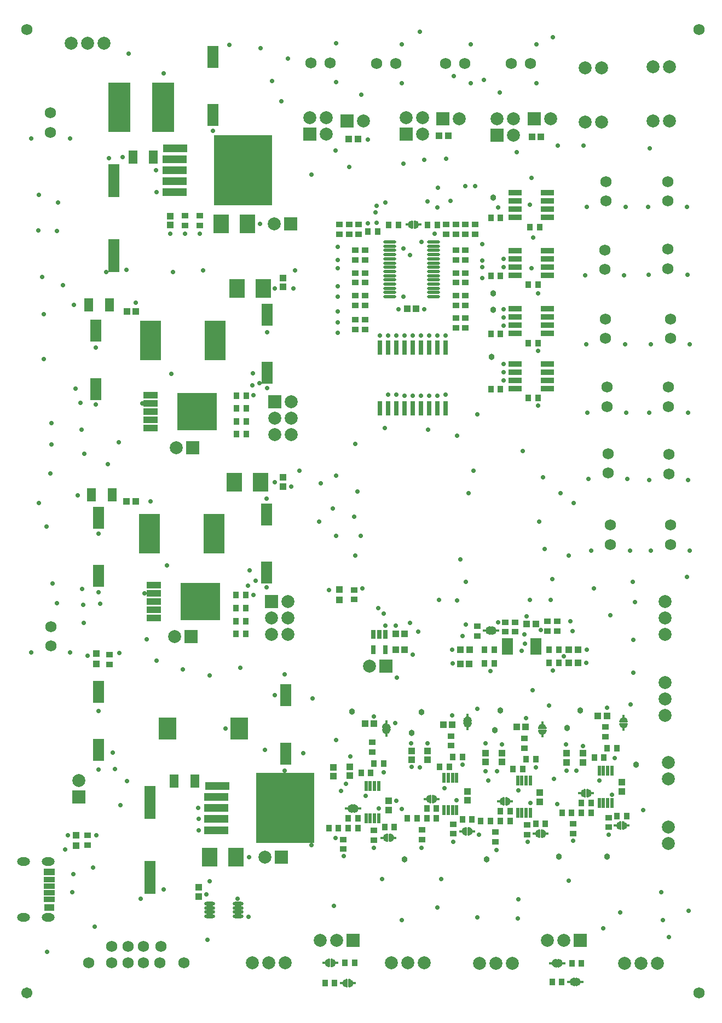
<source format=gts>
G04 Layer_Color=8388736*
%FSLAX25Y25*%
%MOIN*%
G70*
G01*
G75*
%ADD75C,0.01300*%
%ADD76R,0.06706X0.03950*%
%ADD77R,0.06706X0.03792*%
%ADD78R,0.06706X0.03556*%
%ADD79R,0.06312X0.03950*%
%ADD80R,0.04343X0.03950*%
%ADD81R,0.14579X0.05009*%
%ADD82R,0.35800X0.42768*%
%ADD83R,0.07099X0.20485*%
%ADD84R,0.06706X0.13398*%
%ADD85R,0.03950X0.04343*%
%ADD86R,0.09816X0.11509*%
%ADD87R,0.05524X0.08280*%
%ADD88R,0.12611X0.24422*%
%ADD89R,0.04343X0.03556*%
%ADD90R,0.03556X0.04343*%
%ADD91O,0.02768X0.01587*%
%ADD92O,0.01587X0.02768*%
%ADD93R,0.02375X0.06312*%
%ADD94R,0.08674X0.03950*%
%ADD95R,0.24422X0.22847*%
%ADD96R,0.13398X0.30328*%
%ADD97R,0.03162X0.08674*%
%ADD98R,0.03950X0.03950*%
%ADD99R,0.10642X0.13398*%
%ADD100O,0.07887X0.02178*%
%ADD101R,0.03162X0.05524*%
%ADD102R,0.07887X0.03635*%
%ADD103R,0.06706X0.01981*%
%ADD104C,0.03800*%
%ADD105O,0.06509X0.02375*%
%ADD106O,0.07887X0.05131*%
%ADD107C,0.06800*%
%ADD108C,0.06706*%
%ADD109C,0.07887*%
%ADD110C,0.02768*%
%ADD111R,0.07887X0.07887*%
%ADD112R,0.07887X0.07887*%
%ADD113C,0.02800*%
G36*
X520551Y662042D02*
X520159D01*
X519436Y662342D01*
X518882Y662895D01*
X518582Y663619D01*
Y664402D01*
X518882Y665126D01*
X519436Y665679D01*
X520159Y665979D01*
X520551D01*
Y662042D01*
D02*
G37*
G36*
X478686Y667102D02*
X479240Y666548D01*
X479539Y665825D01*
Y665041D01*
X479240Y664318D01*
X478686Y663764D01*
X477962Y663465D01*
X477571D01*
Y667402D01*
X477962D01*
X478686Y667102D01*
D02*
G37*
G36*
X427960Y659574D02*
X427569D01*
X426845Y659873D01*
X426292Y660427D01*
X425992Y661150D01*
Y661934D01*
X426292Y662657D01*
X426845Y663211D01*
X427569Y663511D01*
X427960D01*
Y659574D01*
D02*
G37*
G36*
X523391Y665645D02*
X523944Y665091D01*
X524244Y664368D01*
Y663585D01*
X523944Y662861D01*
X523391Y662308D01*
X522667Y662008D01*
X522276D01*
Y665945D01*
X522667D01*
X523391Y665645D01*
D02*
G37*
G36*
X475846Y663499D02*
X475455D01*
X474731Y663798D01*
X474177Y664352D01*
X473878Y665076D01*
Y665859D01*
X474177Y666582D01*
X474731Y667136D01*
X475455Y667436D01*
X475846D01*
Y663499D01*
D02*
G37*
G36*
X409146Y680893D02*
X409700Y680339D01*
X410000Y679616D01*
Y678833D01*
X409700Y678109D01*
X409146Y677556D01*
X408423Y677256D01*
X408032D01*
Y681193D01*
X408423D01*
X409146Y680893D01*
D02*
G37*
G36*
X406307Y677290D02*
X405915D01*
X405192Y677590D01*
X404638Y678143D01*
X404338Y678867D01*
Y679650D01*
X404638Y680374D01*
X405192Y680927D01*
X405915Y681227D01*
X406307D01*
Y677290D01*
D02*
G37*
G36*
X572773Y670570D02*
X573326Y670017D01*
X573626Y669293D01*
Y668510D01*
X573326Y667787D01*
X572773Y667233D01*
X572049Y666933D01*
X571657D01*
Y670870D01*
X572049D01*
X572773Y670570D01*
D02*
G37*
G36*
X569933Y666967D02*
X569541D01*
X568818Y667267D01*
X568264Y667821D01*
X567964Y668544D01*
Y669327D01*
X568264Y670051D01*
X568818Y670605D01*
X569541Y670904D01*
X569933D01*
Y666967D01*
D02*
G37*
G36*
X544485Y575429D02*
X545039Y574875D01*
X545339Y574151D01*
Y573368D01*
X545039Y572645D01*
X544485Y572091D01*
X543762Y571791D01*
X543370D01*
Y575728D01*
X543762D01*
X544485Y575429D01*
D02*
G37*
G36*
X541645Y571826D02*
X541254D01*
X540530Y572125D01*
X539977Y572679D01*
X539677Y573402D01*
Y574186D01*
X539977Y574909D01*
X540530Y575463D01*
X541254Y575763D01*
X541645D01*
Y571826D01*
D02*
G37*
G36*
X406052Y574590D02*
X406606Y574036D01*
X406906Y573313D01*
Y572530D01*
X406606Y571806D01*
X406052Y571252D01*
X405329Y570953D01*
X404937D01*
Y574890D01*
X405329D01*
X406052Y574590D01*
D02*
G37*
G36*
X403212Y570987D02*
X402821D01*
X402097Y571287D01*
X401544Y571840D01*
X401244Y572564D01*
Y573347D01*
X401544Y574071D01*
X402097Y574624D01*
X402821Y574924D01*
X403212D01*
Y570987D01*
D02*
G37*
G36*
X533643Y586776D02*
X534197Y586223D01*
X534496Y585499D01*
Y584716D01*
X534197Y583993D01*
X533643Y583439D01*
X532919Y583139D01*
X532528D01*
Y587076D01*
X532919D01*
X533643Y586776D01*
D02*
G37*
G36*
X392602Y583303D02*
X392211D01*
X391487Y583603D01*
X390934Y584157D01*
X390634Y584880D01*
Y585663D01*
X390934Y586387D01*
X391487Y586940D01*
X392211Y587240D01*
X392602D01*
Y583303D01*
D02*
G37*
G36*
X430800Y663177D02*
X431354Y662623D01*
X431653Y661899D01*
Y661116D01*
X431354Y660393D01*
X430800Y659839D01*
X430077Y659539D01*
X429685D01*
Y663476D01*
X430077D01*
X430800Y663177D01*
D02*
G37*
G36*
X530803Y583173D02*
X530412D01*
X529688Y583473D01*
X529134Y584027D01*
X528835Y584750D01*
Y585533D01*
X529134Y586257D01*
X529688Y586811D01*
X530412Y587110D01*
X530803D01*
Y583173D01*
D02*
G37*
G36*
X395442Y586906D02*
X395996Y586353D01*
X396295Y585629D01*
Y584846D01*
X395996Y584123D01*
X395442Y583569D01*
X394719Y583269D01*
X394327D01*
Y587206D01*
X394719D01*
X395442Y586906D01*
D02*
G37*
G36*
X478968Y730821D02*
X478669Y730097D01*
X478115Y729544D01*
X477392Y729244D01*
X476608D01*
X475885Y729544D01*
X475331Y730097D01*
X475032Y730821D01*
Y731213D01*
X478968D01*
Y730821D01*
D02*
G37*
G36*
X573149Y734106D02*
X573703Y733552D01*
X574003Y732829D01*
Y732437D01*
X570066D01*
Y732829D01*
X570365Y733552D01*
X570919Y734106D01*
X571642Y734406D01*
X572426D01*
X573149Y734106D01*
D02*
G37*
G36*
X573969Y730321D02*
X573669Y729598D01*
X573115Y729044D01*
X572392Y728744D01*
X571608D01*
X570885Y729044D01*
X570331Y729598D01*
X570031Y730321D01*
Y730713D01*
X573969D01*
Y730321D01*
D02*
G37*
G36*
X428649Y730606D02*
X429203Y730052D01*
X429503Y729329D01*
Y728937D01*
X425566D01*
Y729329D01*
X425865Y730052D01*
X426419Y730606D01*
X427142Y730906D01*
X427926D01*
X428649Y730606D01*
D02*
G37*
G36*
X478149Y734606D02*
X478703Y734052D01*
X479003Y733329D01*
Y732937D01*
X475066D01*
Y733329D01*
X475365Y734052D01*
X475919Y734606D01*
X476643Y734906D01*
X477426D01*
X478149Y734606D01*
D02*
G37*
G36*
X445948Y1036541D02*
X446501Y1035987D01*
X446801Y1035264D01*
Y1034480D01*
X446501Y1033757D01*
X445948Y1033203D01*
X445224Y1032904D01*
X444833D01*
Y1036841D01*
X445224D01*
X445948Y1036541D01*
D02*
G37*
G36*
X443108Y1032938D02*
X442716D01*
X441993Y1033237D01*
X441439Y1033791D01*
X441140Y1034515D01*
Y1035298D01*
X441439Y1036021D01*
X441993Y1036575D01*
X442716Y1036875D01*
X443108D01*
Y1032938D01*
D02*
G37*
G36*
X493158Y789388D02*
X493712Y788834D01*
X494012Y788111D01*
Y787328D01*
X493712Y786604D01*
X493158Y786050D01*
X492435Y785751D01*
X492043D01*
Y789688D01*
X492435D01*
X493158Y789388D01*
D02*
G37*
G36*
X490319Y785785D02*
X489927D01*
X489204Y786085D01*
X488650Y786638D01*
X488350Y787362D01*
Y788145D01*
X488650Y788868D01*
X489204Y789422D01*
X489927Y789722D01*
X490319D01*
Y785785D01*
D02*
G37*
G36*
X457032Y686787D02*
X457586Y686233D01*
X457886Y685510D01*
Y684727D01*
X457586Y684003D01*
X457032Y683449D01*
X456309Y683150D01*
X455917D01*
Y687087D01*
X456309D01*
X457032Y686787D01*
D02*
G37*
G36*
X454193Y683184D02*
X453801D01*
X453078Y683483D01*
X452524Y684037D01*
X452224Y684761D01*
Y685544D01*
X452524Y686267D01*
X453078Y686821D01*
X453801Y687121D01*
X454193D01*
Y683184D01*
D02*
G37*
G36*
X501737Y685330D02*
X502291Y684776D01*
X502591Y684053D01*
Y683270D01*
X502291Y682546D01*
X501737Y681993D01*
X501014Y681693D01*
X500622D01*
Y685630D01*
X501014D01*
X501737Y685330D01*
D02*
G37*
G36*
X498897Y681727D02*
X498506D01*
X497782Y682027D01*
X497229Y682581D01*
X496929Y683304D01*
Y684087D01*
X497229Y684811D01*
X497782Y685364D01*
X498506Y685664D01*
X498897D01*
Y681727D01*
D02*
G37*
G36*
X551119Y690255D02*
X551673Y689702D01*
X551972Y688978D01*
Y688195D01*
X551673Y687472D01*
X551119Y686918D01*
X550395Y686618D01*
X550004D01*
Y690555D01*
X550395D01*
X551119Y690255D01*
D02*
G37*
G36*
X429468Y726821D02*
X429169Y726097D01*
X428615Y725544D01*
X427892Y725244D01*
X427108D01*
X426385Y725544D01*
X425831Y726097D01*
X425531Y726821D01*
Y727213D01*
X429468D01*
Y726821D01*
D02*
G37*
G36*
X523649Y730106D02*
X524203Y729552D01*
X524503Y728829D01*
Y728437D01*
X520566D01*
Y728829D01*
X520865Y729552D01*
X521419Y730106D01*
X522143Y730406D01*
X522926D01*
X523649Y730106D01*
D02*
G37*
G36*
X548279Y686652D02*
X547888D01*
X547164Y686952D01*
X546610Y687506D01*
X546311Y688229D01*
Y689012D01*
X546610Y689736D01*
X547164Y690289D01*
X547888Y690589D01*
X548279D01*
Y686652D01*
D02*
G37*
G36*
X524469Y726321D02*
X524169Y725597D01*
X523615Y725044D01*
X522892Y724744D01*
X522108D01*
X521385Y725044D01*
X520831Y725597D01*
X520532Y726321D01*
Y726713D01*
X524469D01*
Y726321D01*
D02*
G37*
D75*
X571657Y666933D02*
G03*
X571657Y670870I0J1969D01*
G01*
X543370Y571791D02*
G03*
X543370Y575728I0J1969D01*
G01*
X530803Y587110D02*
G03*
X529622Y586717I0J-1969D01*
G01*
X529228Y586323D02*
G03*
X530803Y583173I1575J-1181D01*
G01*
X523850Y662795D02*
G03*
X522276Y665945I-1575J1181D01*
G01*
Y662008D02*
G03*
X523457Y662402I0J1969D01*
G01*
X479146Y664252D02*
G03*
X477571Y667402I-1575J1181D01*
G01*
Y663465D02*
G03*
X478752Y663858I0J1969D01*
G01*
X404937Y570953D02*
G03*
X404937Y574890I0J1969D01*
G01*
X431260Y660327D02*
G03*
X429685Y663476I-1575J1181D01*
G01*
Y659539D02*
G03*
X430866Y659933I0J1969D01*
G01*
X392602Y587240D02*
G03*
X392602Y583303I0J-1969D01*
G01*
X490469Y789688D02*
G03*
X490469Y785751I0J-1969D01*
G01*
X550004Y686618D02*
G03*
X550004Y690555I0J1969D01*
G01*
X548429D02*
G03*
X548429Y686618I0J-1969D01*
G01*
X500622Y681693D02*
G03*
X500622Y685630I0J1969D01*
G01*
X499047D02*
G03*
X499047Y681693I0J-1969D01*
G01*
X455917Y683150D02*
G03*
X455917Y687087I0J1969D01*
G01*
X454343D02*
G03*
X454343Y683150I0J-1969D01*
G01*
X408032Y677256D02*
G03*
X408032Y681193I0J1969D01*
G01*
X406457D02*
G03*
X406457Y677256I0J-1969D01*
G01*
X570031Y730713D02*
G03*
X573969Y730713I1969J0D01*
G01*
X520532Y726713D02*
G03*
X524469Y726713I1969J0D01*
G01*
X475032Y731213D02*
G03*
X478968Y731213I1969J0D01*
G01*
X425531Y727213D02*
G03*
X429468Y727213I1969J0D01*
G01*
X570083Y670870D02*
G03*
X570083Y666933I0J-1969D01*
G01*
X520701Y665945D02*
G03*
X520701Y662008I0J-1969D01*
G01*
X475996Y667402D02*
G03*
X475996Y663465I0J-1969D01*
G01*
X428110Y663476D02*
G03*
X428110Y659539I0J-1969D01*
G01*
X443258Y1036841D02*
G03*
X443258Y1032904I0J-1969D01*
G01*
X541795Y575728D02*
G03*
X541795Y571791I0J-1969D01*
G01*
X532378Y583173D02*
G03*
X532378Y587110I0J1969D01*
G01*
X403362Y574890D02*
G03*
X403362Y570953I0J-1969D01*
G01*
X394177Y583303D02*
G03*
X394177Y587240I0J1969D01*
G01*
X444833Y1032904D02*
G03*
X444833Y1036841I0J1969D01*
G01*
X492043Y785751D02*
G03*
X492043Y789688I0J1969D01*
G01*
X573969Y732287D02*
G03*
X570031Y732287I-1969J0D01*
G01*
X524469Y728287D02*
G03*
X520532Y728287I-1969J0D01*
G01*
X478968Y732787D02*
G03*
X478575Y733968I-1969J0D01*
G01*
X478181Y734362D02*
G03*
X475032Y732787I-1181J-1575D01*
G01*
X429468Y728787D02*
G03*
X427239Y730738I-1969J0D01*
G01*
X425549Y729049D02*
G03*
X425531Y728787I1951J-261D01*
G01*
X427239Y730738D02*
G03*
X425549Y729049I261J-1951D01*
G01*
X478575Y733968D02*
G03*
X478181Y734362I-1575J-1181D01*
G01*
X430866Y659933D02*
G03*
X431260Y660327I-1181J1575D01*
G01*
X478752Y663858D02*
G03*
X479146Y664252I-1181J1575D01*
G01*
X523457Y662402D02*
G03*
X523850Y662795I-1181J1575D01*
G01*
X529622Y586717D02*
G03*
X529228Y586323I1181J-1575D01*
G01*
X571657Y666933D02*
Y670870D01*
X543370Y571791D02*
Y575728D01*
X530803Y583173D02*
Y587110D01*
X522276Y662008D02*
Y665945D01*
X477571Y663465D02*
Y667402D01*
X404937Y570953D02*
Y574890D01*
X429685Y659539D02*
Y663476D01*
X392602Y583303D02*
Y587240D01*
X490469Y785751D02*
Y789688D01*
X550004Y686618D02*
Y690555D01*
X548429Y686618D02*
Y690555D01*
X500622Y681693D02*
Y685630D01*
X499047Y681693D02*
Y685630D01*
X455917Y683150D02*
Y687087D01*
X454343Y683150D02*
Y687087D01*
X408032Y677256D02*
Y681193D01*
X406457Y677256D02*
Y681193D01*
X570031Y730713D02*
X573969D01*
X520532Y726713D02*
X524469D01*
X475032Y731213D02*
X478968D01*
X425531Y727213D02*
X429468D01*
X570083Y666933D02*
Y670870D01*
X520701Y662008D02*
Y665945D01*
X475996Y663465D02*
Y667402D01*
X428110Y659539D02*
Y663476D01*
X443258Y1032904D02*
Y1036841D01*
X541795Y571791D02*
Y575728D01*
X532378Y583173D02*
Y587110D01*
X403362Y570953D02*
Y574890D01*
X394177Y583303D02*
Y587240D01*
X444833Y1032904D02*
Y1036841D01*
X492043Y785751D02*
Y789688D01*
X570031Y732287D02*
X573969D01*
X520532Y728287D02*
X524469D01*
X475032Y732787D02*
X478968D01*
X425531Y728787D02*
X429468D01*
D76*
X222244Y640827D02*
D03*
D77*
Y635984D02*
D03*
Y624016D02*
D03*
D78*
Y631968D02*
D03*
Y628031D02*
D03*
D79*
Y619173D02*
D03*
D80*
X497866Y707559D02*
D03*
Y713071D02*
D03*
X296012Y1034630D02*
D03*
Y1040142D02*
D03*
X364768Y1002476D02*
D03*
Y996965D02*
D03*
X405276Y699303D02*
D03*
Y704815D02*
D03*
X452661Y708984D02*
D03*
Y714496D02*
D03*
X547248Y707484D02*
D03*
Y712996D02*
D03*
X395433Y704421D02*
D03*
Y698910D02*
D03*
X442819Y714496D02*
D03*
Y708984D02*
D03*
X488024Y713071D02*
D03*
Y707559D02*
D03*
X537405Y712996D02*
D03*
Y707484D02*
D03*
X428898Y678437D02*
D03*
Y683949D02*
D03*
X476783Y684331D02*
D03*
Y689843D02*
D03*
X520870Y683492D02*
D03*
Y689004D02*
D03*
X570870Y689768D02*
D03*
Y695280D02*
D03*
X364583Y875346D02*
D03*
Y880858D02*
D03*
X313242Y625758D02*
D03*
Y631270D02*
D03*
D81*
X298516Y1054650D02*
D03*
Y1068051D02*
D03*
Y1061350D02*
D03*
Y1074752D02*
D03*
X298909Y1081453D02*
D03*
X324059Y666157D02*
D03*
Y672858D02*
D03*
Y679559D02*
D03*
Y686260D02*
D03*
X324453Y692961D02*
D03*
D82*
X340248Y1068051D02*
D03*
X365791Y679559D02*
D03*
D83*
X261740Y1061547D02*
D03*
Y1015878D02*
D03*
X283500Y683169D02*
D03*
Y637500D02*
D03*
D84*
X322043Y1137138D02*
D03*
Y1101705D02*
D03*
X354925Y980035D02*
D03*
Y944602D02*
D03*
X250594Y970193D02*
D03*
Y934760D02*
D03*
X252378Y856449D02*
D03*
Y821016D02*
D03*
X354740Y858417D02*
D03*
Y822984D02*
D03*
X366276Y748220D02*
D03*
Y712787D02*
D03*
X252126Y750295D02*
D03*
Y714862D02*
D03*
D85*
X275004Y982004D02*
D03*
X269492D02*
D03*
X462217Y730394D02*
D03*
X467728D02*
D03*
X506921Y728937D02*
D03*
X512433D02*
D03*
X556303Y735831D02*
D03*
X561815D02*
D03*
X414512Y730969D02*
D03*
X420024D02*
D03*
X269307Y866291D02*
D03*
X274819D02*
D03*
X538626Y776031D02*
D03*
X544138D02*
D03*
X538626Y768157D02*
D03*
X544138D02*
D03*
X478012Y767500D02*
D03*
X472500D02*
D03*
X478146Y776031D02*
D03*
X472634D02*
D03*
X513035Y791780D02*
D03*
X518547D02*
D03*
X445636Y983577D02*
D03*
X440124D02*
D03*
X465256Y1089000D02*
D03*
X459744D02*
D03*
X521756Y1088500D02*
D03*
X516244D02*
D03*
X410256Y1087000D02*
D03*
X404744D02*
D03*
X433248Y775902D02*
D03*
X438760D02*
D03*
Y785744D02*
D03*
X433248D02*
D03*
D86*
X326917Y1035244D02*
D03*
X342862D02*
D03*
X336520Y995984D02*
D03*
X352465D02*
D03*
X334957Y878102D02*
D03*
X350902D02*
D03*
X320063Y649827D02*
D03*
X336008D02*
D03*
D87*
X273158Y1076114D02*
D03*
X285756D02*
D03*
X258862Y985941D02*
D03*
X246264D02*
D03*
X298228Y696063D02*
D03*
X310827D02*
D03*
X248047Y870228D02*
D03*
X260646D02*
D03*
D88*
X284059Y964287D02*
D03*
X323429D02*
D03*
X283366Y846673D02*
D03*
X322736D02*
D03*
D89*
X314012Y1040339D02*
D03*
Y1034433D02*
D03*
X305012Y1034433D02*
D03*
Y1040339D02*
D03*
X410726Y1034994D02*
D03*
Y1029089D02*
D03*
X404821Y1034994D02*
D03*
Y1029089D02*
D03*
X398915Y1034994D02*
D03*
Y1029089D02*
D03*
X414663Y1019246D02*
D03*
Y1013341D02*
D03*
X408758Y1013341D02*
D03*
Y1019246D02*
D03*
X414663Y1005467D02*
D03*
Y999561D02*
D03*
X408758Y999561D02*
D03*
Y1005467D02*
D03*
X414758Y991577D02*
D03*
Y985671D02*
D03*
X408758Y985671D02*
D03*
Y991577D02*
D03*
X414663Y976923D02*
D03*
Y971018D02*
D03*
X408758Y971018D02*
D03*
Y976923D02*
D03*
X463876Y1034994D02*
D03*
Y1029089D02*
D03*
X469781Y1034994D02*
D03*
Y1029089D02*
D03*
X469781Y1013341D02*
D03*
Y1019246D02*
D03*
X475687Y1019246D02*
D03*
Y1013341D02*
D03*
X469781Y999561D02*
D03*
Y1005467D02*
D03*
X475687Y1005467D02*
D03*
Y999561D02*
D03*
X469781Y985782D02*
D03*
Y991687D02*
D03*
X475687Y991687D02*
D03*
Y985781D02*
D03*
X469781Y972002D02*
D03*
Y977907D02*
D03*
X475687Y977907D02*
D03*
Y972002D02*
D03*
Y1034994D02*
D03*
Y1029089D02*
D03*
X481593Y1034994D02*
D03*
Y1029089D02*
D03*
X401339Y654618D02*
D03*
Y660524D02*
D03*
X449224Y660512D02*
D03*
Y666417D02*
D03*
X493929Y659055D02*
D03*
Y664961D02*
D03*
X541342Y663980D02*
D03*
Y669886D02*
D03*
X419055Y713673D02*
D03*
Y719579D02*
D03*
X466941Y717598D02*
D03*
Y723504D02*
D03*
X511646Y716142D02*
D03*
Y722047D02*
D03*
X561027Y723035D02*
D03*
Y728941D02*
D03*
X420000Y665906D02*
D03*
Y660000D02*
D03*
X468409Y669854D02*
D03*
Y663949D02*
D03*
X513370Y669201D02*
D03*
Y663295D02*
D03*
X562996Y673823D02*
D03*
Y667917D02*
D03*
X500043Y786858D02*
D03*
Y792764D02*
D03*
X505949Y786858D02*
D03*
Y792764D02*
D03*
X408000Y812453D02*
D03*
Y806547D02*
D03*
X245500Y662953D02*
D03*
Y657047D02*
D03*
X259000Y772953D02*
D03*
Y767047D02*
D03*
X531539Y793295D02*
D03*
Y787390D02*
D03*
X525634Y793295D02*
D03*
Y787390D02*
D03*
X483087Y790251D02*
D03*
Y784345D02*
D03*
D90*
X342130Y930823D02*
D03*
X336224D02*
D03*
X336224Y922949D02*
D03*
X342130D02*
D03*
X336224Y915075D02*
D03*
X342130D02*
D03*
X336224Y907201D02*
D03*
X342130D02*
D03*
X432406Y668000D02*
D03*
X426500D02*
D03*
X479736Y672839D02*
D03*
X473831D02*
D03*
X524441Y669882D02*
D03*
X518535D02*
D03*
X573823Y674807D02*
D03*
X567917D02*
D03*
X425945Y706783D02*
D03*
X420039D02*
D03*
X473831Y710709D02*
D03*
X467925D02*
D03*
X518535Y709252D02*
D03*
X512630D02*
D03*
X567917Y716146D02*
D03*
X562012D02*
D03*
X410197Y673319D02*
D03*
X404291D02*
D03*
X458083Y679213D02*
D03*
X452177D02*
D03*
X502787Y677756D02*
D03*
X496882D02*
D03*
X552169Y682681D02*
D03*
X546264D02*
D03*
X404291Y667413D02*
D03*
X410197D02*
D03*
X452177Y673307D02*
D03*
X458083D02*
D03*
X496882Y671850D02*
D03*
X502787D02*
D03*
X546264Y676776D02*
D03*
X552169D02*
D03*
X412165Y700878D02*
D03*
X418071D02*
D03*
X460051Y704803D02*
D03*
X465957D02*
D03*
X504756Y703346D02*
D03*
X510661D02*
D03*
X554138Y710240D02*
D03*
X560043D02*
D03*
X398386Y667413D02*
D03*
X392480D02*
D03*
X446272Y673307D02*
D03*
X440366D02*
D03*
X490976Y671850D02*
D03*
X485071D02*
D03*
X540358Y676776D02*
D03*
X534453D02*
D03*
X336039Y785583D02*
D03*
X341945D02*
D03*
X336039Y793457D02*
D03*
X341945D02*
D03*
X336039Y801331D02*
D03*
X341945D02*
D03*
X341945Y809205D02*
D03*
X336039D02*
D03*
X532524Y768157D02*
D03*
X526618D02*
D03*
X532524Y776031D02*
D03*
X526618D02*
D03*
X493153Y767658D02*
D03*
X487248D02*
D03*
X493153Y776031D02*
D03*
X487248D02*
D03*
X416305Y1030821D02*
D03*
X422211D02*
D03*
X458628Y1034758D02*
D03*
X452722D02*
D03*
X429100Y1034758D02*
D03*
X435006D02*
D03*
X520835Y1033232D02*
D03*
X514929D02*
D03*
X519807Y998197D02*
D03*
X513902D02*
D03*
X519807Y962764D02*
D03*
X513902D02*
D03*
X519807Y929299D02*
D03*
X513902D02*
D03*
X491157Y1039083D02*
D03*
X497063D02*
D03*
X491157Y1003650D02*
D03*
X497063D02*
D03*
X491157Y968217D02*
D03*
X497063D02*
D03*
X491157Y934752D02*
D03*
X497063D02*
D03*
X528496Y573661D02*
D03*
X534402D02*
D03*
X546354Y585142D02*
D03*
X540449D02*
D03*
X390197Y572921D02*
D03*
X396102D02*
D03*
X408153Y585272D02*
D03*
X402248D02*
D03*
D91*
X432441Y661508D02*
D03*
X425354D02*
D03*
X480327Y665433D02*
D03*
X473240D02*
D03*
X525032Y663976D02*
D03*
X517945D02*
D03*
X574413Y668902D02*
D03*
X567327D02*
D03*
X410787Y679224D02*
D03*
X403701D02*
D03*
X458673Y685118D02*
D03*
X451587D02*
D03*
X503378Y683661D02*
D03*
X496291D02*
D03*
X552760Y688587D02*
D03*
X545673D02*
D03*
X389846Y585272D02*
D03*
X396933D02*
D03*
X494799Y787719D02*
D03*
X487713D02*
D03*
X440502Y1034872D02*
D03*
X447589D02*
D03*
X546126Y573760D02*
D03*
X539039D02*
D03*
X528047Y585142D02*
D03*
X535134D02*
D03*
X407693Y572921D02*
D03*
X400606D02*
D03*
D92*
X427500Y724457D02*
D03*
Y731543D02*
D03*
X477000Y728457D02*
D03*
Y735543D02*
D03*
X522500Y723957D02*
D03*
Y731043D02*
D03*
X572000Y727957D02*
D03*
Y735043D02*
D03*
D93*
X415216Y673311D02*
D03*
X417776D02*
D03*
X420335D02*
D03*
X422894D02*
D03*
Y693012D02*
D03*
X420335D02*
D03*
X417776D02*
D03*
X415216D02*
D03*
X462669Y678342D02*
D03*
X465228D02*
D03*
X467787D02*
D03*
X470346D02*
D03*
Y698043D02*
D03*
X467787D02*
D03*
X465228D02*
D03*
X462669D02*
D03*
X507500Y676740D02*
D03*
X510059D02*
D03*
X512618D02*
D03*
X515177D02*
D03*
Y696441D02*
D03*
X512618D02*
D03*
X510059D02*
D03*
X507500D02*
D03*
X557189Y682673D02*
D03*
X559748D02*
D03*
X562307D02*
D03*
X564866D02*
D03*
Y702374D02*
D03*
X562307D02*
D03*
X559748D02*
D03*
X557189D02*
D03*
D94*
X284059Y930980D02*
D03*
Y925980D02*
D03*
Y920980D02*
D03*
Y915980D02*
D03*
Y910980D02*
D03*
X285842Y795268D02*
D03*
Y800268D02*
D03*
Y805268D02*
D03*
Y810268D02*
D03*
Y815268D02*
D03*
D95*
X312405Y920980D02*
D03*
X314189Y805268D02*
D03*
D96*
X264850Y1106484D02*
D03*
X291622D02*
D03*
D97*
X423677Y960126D02*
D03*
X433677D02*
D03*
X428677D02*
D03*
X453677D02*
D03*
X463677D02*
D03*
X458677D02*
D03*
X438677D02*
D03*
X448677D02*
D03*
X443677D02*
D03*
X423677Y923118D02*
D03*
X428677D02*
D03*
X433677D02*
D03*
X443677D02*
D03*
X438677D02*
D03*
X453677D02*
D03*
X448677D02*
D03*
X463677D02*
D03*
X458677D02*
D03*
D98*
X399000Y806350D02*
D03*
Y812650D02*
D03*
X238500Y656850D02*
D03*
Y663150D02*
D03*
X251000Y767350D02*
D03*
Y773650D02*
D03*
D99*
X337878Y728063D02*
D03*
X294177D02*
D03*
D100*
X429589Y993604D02*
D03*
Y991045D02*
D03*
Y1001282D02*
D03*
Y996163D02*
D03*
Y998722D02*
D03*
Y1003841D02*
D03*
Y1011518D02*
D03*
Y1006400D02*
D03*
Y1008959D02*
D03*
Y1014077D02*
D03*
Y1016636D02*
D03*
Y1024313D02*
D03*
Y1019195D02*
D03*
Y1021754D02*
D03*
X456360Y991045D02*
D03*
Y998722D02*
D03*
Y993604D02*
D03*
Y996163D02*
D03*
Y1001282D02*
D03*
Y1003841D02*
D03*
Y1008959D02*
D03*
Y1011518D02*
D03*
Y1016636D02*
D03*
Y1006400D02*
D03*
Y1014077D02*
D03*
Y1024313D02*
D03*
Y1019195D02*
D03*
Y1021754D02*
D03*
D101*
X419520Y776000D02*
D03*
X423260Y785449D02*
D03*
X427000Y776000D02*
D03*
X419520Y785449D02*
D03*
X427000D02*
D03*
D102*
X505921Y1054457D02*
D03*
X525606Y1049457D02*
D03*
Y1054457D02*
D03*
X505921Y1049457D02*
D03*
Y1039457D02*
D03*
Y1044457D02*
D03*
X525606D02*
D03*
Y1039457D02*
D03*
X505921Y1019024D02*
D03*
X525606Y1014024D02*
D03*
Y1019024D02*
D03*
X505921Y1014024D02*
D03*
Y1004024D02*
D03*
Y1009024D02*
D03*
X525606D02*
D03*
Y1004024D02*
D03*
X505921Y983591D02*
D03*
X525606Y978591D02*
D03*
Y983591D02*
D03*
X505921Y978591D02*
D03*
Y968591D02*
D03*
Y973591D02*
D03*
X525606D02*
D03*
Y968591D02*
D03*
X505921Y950126D02*
D03*
X525606Y945126D02*
D03*
Y950126D02*
D03*
X505921Y945126D02*
D03*
Y935126D02*
D03*
Y940126D02*
D03*
X525606D02*
D03*
Y935126D02*
D03*
D103*
X501224Y781937D02*
D03*
Y779969D02*
D03*
Y778000D02*
D03*
Y776031D02*
D03*
Y774063D02*
D03*
X518547D02*
D03*
Y776031D02*
D03*
Y778000D02*
D03*
Y779969D02*
D03*
Y781937D02*
D03*
D104*
X438500Y648500D02*
D03*
X488500D02*
D03*
X532500Y650000D02*
D03*
X562000D02*
D03*
X443000Y725500D02*
D03*
X493500Y727000D02*
D03*
X537500Y728500D02*
D03*
X579500Y706000D02*
D03*
X406500Y738500D02*
D03*
X449000Y738000D02*
D03*
X497000Y739000D02*
D03*
X545500D02*
D03*
X491500Y954500D02*
D03*
X492500Y983000D02*
D03*
Y993000D02*
D03*
Y1051500D02*
D03*
D105*
X337161Y613661D02*
D03*
Y616221D02*
D03*
Y618780D02*
D03*
Y621339D02*
D03*
X319839Y613661D02*
D03*
Y616221D02*
D03*
Y618780D02*
D03*
Y621339D02*
D03*
D106*
X206693Y647008D02*
D03*
X221654D02*
D03*
X206693Y612992D02*
D03*
X221654D02*
D03*
D107*
X208661Y1153543D02*
D03*
X618110D02*
D03*
Y566929D02*
D03*
X246232Y585362D02*
D03*
X304264D02*
D03*
X289748D02*
D03*
X279748D02*
D03*
X270248D02*
D03*
X260248D02*
D03*
Y595362D02*
D03*
X270248D02*
D03*
X279748D02*
D03*
X290248D02*
D03*
X381594Y1133500D02*
D03*
X393406D02*
D03*
X503594Y1133000D02*
D03*
X515406D02*
D03*
X463594D02*
D03*
X475406D02*
D03*
X421594D02*
D03*
X433405D02*
D03*
X223000Y1102905D02*
D03*
Y1091094D02*
D03*
X562500Y895469D02*
D03*
Y883657D02*
D03*
X599000Y1019969D02*
D03*
Y1008158D02*
D03*
X561000Y977468D02*
D03*
Y965658D02*
D03*
X600500Y977468D02*
D03*
Y965658D02*
D03*
X599500Y894969D02*
D03*
Y883158D02*
D03*
X561921Y935902D02*
D03*
Y924090D02*
D03*
X564000Y851968D02*
D03*
Y840158D02*
D03*
X223189Y790012D02*
D03*
Y778201D02*
D03*
X598823Y1061079D02*
D03*
Y1049268D02*
D03*
X599323Y935902D02*
D03*
Y924090D02*
D03*
X560500Y1019468D02*
D03*
Y1007658D02*
D03*
X600500Y851874D02*
D03*
Y840063D02*
D03*
X561421Y1061079D02*
D03*
Y1049268D02*
D03*
D108*
X208661Y566929D02*
D03*
D109*
X590098Y1097925D02*
D03*
X600098D02*
D03*
X590098Y1130925D02*
D03*
X600098D02*
D03*
X548598Y1097425D02*
D03*
X558598D02*
D03*
X548598Y1130425D02*
D03*
X558598D02*
D03*
X245500Y1145500D02*
D03*
X235500D02*
D03*
X255500D02*
D03*
X369768Y907043D02*
D03*
Y917043D02*
D03*
Y927043D02*
D03*
X359768Y907043D02*
D03*
Y917043D02*
D03*
X359417Y1035244D02*
D03*
X299492Y898984D02*
D03*
X494189Y585142D02*
D03*
X504189D02*
D03*
X484189D02*
D03*
X472000Y1099500D02*
D03*
X527500D02*
D03*
X413500Y1098000D02*
D03*
X298500Y784000D02*
D03*
X417224Y766059D02*
D03*
X353500Y649827D02*
D03*
X240315Y696240D02*
D03*
X439500Y1100000D02*
D03*
X449500Y1090000D02*
D03*
Y1100000D02*
D03*
X495000Y1099500D02*
D03*
X505000Y1089500D02*
D03*
Y1099500D02*
D03*
X381000Y1100000D02*
D03*
X391000Y1090000D02*
D03*
Y1100000D02*
D03*
X367614Y785425D02*
D03*
Y795425D02*
D03*
Y805425D02*
D03*
X357614Y785425D02*
D03*
Y795425D02*
D03*
X397327Y599051D02*
D03*
X387327D02*
D03*
X535528Y598921D02*
D03*
X525528D02*
D03*
X582772Y585142D02*
D03*
X592772D02*
D03*
X572772D02*
D03*
X440634Y585272D02*
D03*
X450634D02*
D03*
X430634D02*
D03*
X355988D02*
D03*
X365988D02*
D03*
X345988D02*
D03*
X599228Y667929D02*
D03*
Y657929D02*
D03*
X599228Y707299D02*
D03*
Y697299D02*
D03*
X597335Y746071D02*
D03*
Y756071D02*
D03*
Y736071D02*
D03*
X597335Y795284D02*
D03*
Y805284D02*
D03*
Y785284D02*
D03*
D110*
X397106Y1145311D02*
D03*
Y1121689D02*
D03*
X519106Y1144811D02*
D03*
Y1121189D02*
D03*
X479106Y1144811D02*
D03*
Y1121189D02*
D03*
X437106Y1144811D02*
D03*
Y1121189D02*
D03*
X234811Y1087394D02*
D03*
X211189D02*
D03*
X574311Y879957D02*
D03*
X550689D02*
D03*
X610811Y1004457D02*
D03*
X587189D02*
D03*
X572811Y961957D02*
D03*
X549189D02*
D03*
X612311D02*
D03*
X588689D02*
D03*
X611311Y879457D02*
D03*
X587689D02*
D03*
X573732Y920390D02*
D03*
X550110D02*
D03*
X575811Y836457D02*
D03*
X552189D02*
D03*
X235000Y774500D02*
D03*
X211378D02*
D03*
X610634Y1045567D02*
D03*
X587012D02*
D03*
X611134Y920390D02*
D03*
X587512D02*
D03*
X572311Y1003957D02*
D03*
X548689D02*
D03*
X612311Y836362D02*
D03*
X588689D02*
D03*
X573232Y1045567D02*
D03*
X549610D02*
D03*
D111*
X359768Y927043D02*
D03*
X240315Y686240D02*
D03*
X357614Y805425D02*
D03*
D112*
X369417Y1035244D02*
D03*
X309492Y898984D02*
D03*
X462000Y1099500D02*
D03*
X517500D02*
D03*
X403500Y1098000D02*
D03*
X308500Y784000D02*
D03*
X427224Y766059D02*
D03*
X363500Y649827D02*
D03*
X439500Y1090000D02*
D03*
X495000Y1089500D02*
D03*
X381000Y1090000D02*
D03*
X407327Y599051D02*
D03*
X545528Y598921D02*
D03*
D113*
X466500Y1049500D02*
D03*
X547500Y1083000D02*
D03*
X516000Y1063500D02*
D03*
X495500Y1045500D02*
D03*
X515000Y1047000D02*
D03*
X532000Y1083000D02*
D03*
X464000Y1075000D02*
D03*
X487000Y1123000D02*
D03*
X412191Y1113980D02*
D03*
X367500Y1136000D02*
D03*
X425000Y636500D02*
D03*
X236405Y628500D02*
D03*
X237000Y639500D02*
D03*
X516000Y1008500D02*
D03*
X457000Y1029500D02*
D03*
X449045Y1024372D02*
D03*
X267000Y1076114D02*
D03*
X258500Y1075500D02*
D03*
X507000Y1079000D02*
D03*
X374500Y885000D02*
D03*
X371000Y996000D02*
D03*
X359500D02*
D03*
X372000Y1007000D02*
D03*
X405500Y711000D02*
D03*
X450500Y1074500D02*
D03*
X296500Y944000D02*
D03*
X422500Y801500D02*
D03*
X426000Y798000D02*
D03*
X427000Y790575D02*
D03*
X434085Y758915D02*
D03*
X294000Y827500D02*
D03*
X416305Y1035805D02*
D03*
X448000Y704500D02*
D03*
X489500Y696500D02*
D03*
X516500Y751500D02*
D03*
X526500Y742000D02*
D03*
X483000Y740000D02*
D03*
X529500Y697500D02*
D03*
X484000Y663500D02*
D03*
X521500Y788000D02*
D03*
X481500Y1058500D02*
D03*
X475500D02*
D03*
X452500Y1049000D02*
D03*
X486000Y1023000D02*
D03*
Y1009000D02*
D03*
Y1002500D02*
D03*
Y1013000D02*
D03*
X510000Y775500D02*
D03*
X382500Y746500D02*
D03*
X458500Y1045500D02*
D03*
X398000Y969000D02*
D03*
Y975500D02*
D03*
Y1021500D02*
D03*
Y1008500D02*
D03*
Y1013500D02*
D03*
X419976Y655476D02*
D03*
X449000Y655500D02*
D03*
X350638Y1035244D02*
D03*
X354740Y813862D02*
D03*
X346646Y809205D02*
D03*
X538500Y635500D02*
D03*
X588000Y1081500D02*
D03*
X496500Y1115500D02*
D03*
X529000Y1149000D02*
D03*
X461000Y636500D02*
D03*
X395500Y620000D02*
D03*
X488024Y702024D02*
D03*
X512500Y734500D02*
D03*
X494500Y654000D02*
D03*
X508000Y690500D02*
D03*
X498976Y1009024D02*
D03*
X499000Y1014000D02*
D03*
X365500Y702500D02*
D03*
X257000Y1006000D02*
D03*
X462835Y691665D02*
D03*
X520000Y993000D02*
D03*
X499000Y973500D02*
D03*
Y978500D02*
D03*
Y983500D02*
D03*
Y940000D02*
D03*
Y950000D02*
D03*
Y945000D02*
D03*
X435000Y983500D02*
D03*
X450500D02*
D03*
X421500Y1036000D02*
D03*
X442000Y792500D02*
D03*
X279000Y925980D02*
D03*
X296012Y1029512D02*
D03*
X305000Y1029500D02*
D03*
X314000D02*
D03*
X322000Y1092000D02*
D03*
X415000Y687000D02*
D03*
X423000Y679500D02*
D03*
X426000Y701500D02*
D03*
X470346Y684346D02*
D03*
X468409Y659091D02*
D03*
X488000Y719000D02*
D03*
X498000Y718500D02*
D03*
X443500Y773000D02*
D03*
X331886Y1144516D02*
D03*
X237374Y985941D02*
D03*
X467728Y736004D02*
D03*
X426500Y911000D02*
D03*
X547248Y717209D02*
D03*
X363500Y1110000D02*
D03*
X270500Y1139000D02*
D03*
X239689Y870106D02*
D03*
X519882Y924575D02*
D03*
Y958138D02*
D03*
X313028Y679563D02*
D03*
X313122Y666157D02*
D03*
X313323Y672858D02*
D03*
X252378Y846846D02*
D03*
X354740Y867984D02*
D03*
X369661Y875346D02*
D03*
X359480Y878102D02*
D03*
X343783Y649827D02*
D03*
X329528Y728063D02*
D03*
X287409Y1068051D02*
D03*
X287760Y1054701D02*
D03*
X250492Y925484D02*
D03*
X274992Y987484D02*
D03*
X250492Y959984D02*
D03*
X346492Y930984D02*
D03*
X354992Y935484D02*
D03*
Y969484D02*
D03*
X433248Y790721D02*
D03*
X252378Y811173D02*
D03*
X433681Y683949D02*
D03*
X419874Y735256D02*
D03*
X442760Y719004D02*
D03*
X452760D02*
D03*
X442819Y704563D02*
D03*
X473831Y705965D02*
D03*
X495764Y792764D02*
D03*
X432874Y731256D02*
D03*
X490957Y763071D02*
D03*
X515177Y682677D02*
D03*
X513465Y658965D02*
D03*
X494965Y701965D02*
D03*
X402874Y694256D02*
D03*
X518465Y704465D02*
D03*
X561846Y740807D02*
D03*
X576346Y742807D02*
D03*
X557346Y696307D02*
D03*
X564846Y687807D02*
D03*
X562846Y663307D02*
D03*
X437943Y991045D02*
D03*
X416197Y1086772D02*
D03*
X463665Y967421D02*
D03*
X458665D02*
D03*
X453665D02*
D03*
X448665D02*
D03*
X443665D02*
D03*
X438665D02*
D03*
X433665D02*
D03*
X428665D02*
D03*
X423665D02*
D03*
X252126Y738685D02*
D03*
Y703118D02*
D03*
X242342Y812902D02*
D03*
X242843Y803402D02*
D03*
X253343Y803902D02*
D03*
X343342Y814902D02*
D03*
X241374Y926402D02*
D03*
X238374Y934902D02*
D03*
X344342Y824402D02*
D03*
X350374Y938402D02*
D03*
X346374Y944402D02*
D03*
X345874Y936902D02*
D03*
X292000Y630000D02*
D03*
X363776Y661815D02*
D03*
X269342Y1007402D02*
D03*
X447000Y787000D02*
D03*
X342043Y1086701D02*
D03*
X262343Y703402D02*
D03*
X261000Y713500D02*
D03*
X543346Y702307D02*
D03*
X537346D02*
D03*
X541346Y659807D02*
D03*
X428677Y931283D02*
D03*
X443677Y930783D02*
D03*
X448677Y930811D02*
D03*
X453677Y930783D02*
D03*
X458677D02*
D03*
X463677Y931283D02*
D03*
X433677Y931311D02*
D03*
X438677Y930783D02*
D03*
X280279Y810437D02*
D03*
X468500Y1125500D02*
D03*
X448000Y1152500D02*
D03*
X599500Y601000D02*
D03*
X437000Y611500D02*
D03*
X529000Y763394D02*
D03*
X250000Y607500D02*
D03*
X467866Y767736D02*
D03*
X438000Y1020500D02*
D03*
X442000Y1016500D02*
D03*
X611500Y617000D02*
D03*
X610500Y820500D02*
D03*
X578000Y782000D02*
D03*
X511957Y779571D02*
D03*
X539500Y793500D02*
D03*
X513035Y796492D02*
D03*
X358000Y1122500D02*
D03*
X396500Y1080000D02*
D03*
X421000Y1042500D02*
D03*
X400000Y690000D02*
D03*
X398000Y982000D02*
D03*
Y997500D02*
D03*
Y991000D02*
D03*
X359500Y748500D02*
D03*
X284000Y866500D02*
D03*
X265500Y681500D02*
D03*
X269500Y696000D02*
D03*
X396500Y661500D02*
D03*
X566539Y710000D02*
D03*
X292000Y1127000D02*
D03*
X329500Y1085000D02*
D03*
X353500Y661500D02*
D03*
X343000Y1050500D02*
D03*
X329043Y1078201D02*
D03*
X348043Y1079201D02*
D03*
X328543Y1069701D02*
D03*
Y1060201D02*
D03*
X348043Y1069701D02*
D03*
X348543Y1060701D02*
D03*
X354500Y697000D02*
D03*
X357500Y687500D02*
D03*
X375500Y696000D02*
D03*
X373500Y685000D02*
D03*
X355000Y677000D02*
D03*
X374500Y673000D02*
D03*
X366000Y693500D02*
D03*
X353500Y715000D02*
D03*
X377000Y713000D02*
D03*
X517000Y1027000D02*
D03*
X537000Y718500D02*
D03*
X427000Y1048500D02*
D03*
X549342Y768157D02*
D03*
X549469Y776031D02*
D03*
X535500Y772000D02*
D03*
X467531Y776031D02*
D03*
X476087Y791345D02*
D03*
X474000Y784500D02*
D03*
X511500Y785500D02*
D03*
X421500Y1046500D02*
D03*
X224342Y816402D02*
D03*
X226842Y804402D02*
D03*
X243342Y792402D02*
D03*
X233500Y663000D02*
D03*
X278000Y624500D02*
D03*
X265000Y774000D02*
D03*
X245500Y772500D02*
D03*
X251000Y663000D02*
D03*
X413000Y813500D02*
D03*
X578000Y762000D02*
D03*
X515000Y806500D02*
D03*
X527500D02*
D03*
X541000Y787500D02*
D03*
X397000Y721000D02*
D03*
X437000Y679000D02*
D03*
X531500Y682000D02*
D03*
X232000Y654500D02*
D03*
X221000Y592000D02*
D03*
X382000Y657000D02*
D03*
X337000Y624500D02*
D03*
X318000Y627000D02*
D03*
X320000Y635000D02*
D03*
X249000Y643500D02*
D03*
X318500Y599500D02*
D03*
X584000Y678500D02*
D03*
X348000Y818000D02*
D03*
X401500Y650500D02*
D03*
X343500Y613500D02*
D03*
X387500Y877500D02*
D03*
X397000Y882000D02*
D03*
X408500Y901500D02*
D03*
X395000Y862000D02*
D03*
X410000Y872500D02*
D03*
X397000Y845500D02*
D03*
X411971D02*
D03*
X408500Y833500D02*
D03*
X408000Y857000D02*
D03*
X386500Y854000D02*
D03*
X470500Y906500D02*
D03*
X480500Y885000D02*
D03*
X524000Y837500D02*
D03*
X528500Y819000D02*
D03*
X538500Y833500D02*
D03*
X554000Y813500D02*
D03*
X564000Y797000D02*
D03*
X523000Y881000D02*
D03*
X533500Y871500D02*
D03*
X541500Y865500D02*
D03*
X510500Y897000D02*
D03*
X483000Y919500D02*
D03*
X520500Y854000D02*
D03*
X459500Y806500D02*
D03*
X476000Y817500D02*
D03*
X470500Y806000D02*
D03*
X472500Y831000D02*
D03*
X477500Y871500D02*
D03*
X453000Y910000D02*
D03*
X577500Y817500D02*
D03*
X579000Y805000D02*
D03*
X483000Y613000D02*
D03*
X507500Y612500D02*
D03*
X223492Y913984D02*
D03*
X241992Y909984D02*
D03*
X223492Y900984D02*
D03*
X243492Y895484D02*
D03*
X222992Y883484D02*
D03*
X257992Y888984D02*
D03*
X215992Y865484D02*
D03*
X220492Y850984D02*
D03*
X264500Y902500D02*
D03*
X303492Y763984D02*
D03*
X319992Y760484D02*
D03*
X338492Y764984D02*
D03*
X365492Y760984D02*
D03*
X281492Y782484D02*
D03*
X287492Y769484D02*
D03*
X218992Y952984D02*
D03*
Y980484D02*
D03*
X217992Y1002984D02*
D03*
X230492Y997984D02*
D03*
X215492Y1031484D02*
D03*
X215992Y1052984D02*
D03*
X227492Y1048484D02*
D03*
X226992Y1030984D02*
D03*
X316000Y1007000D02*
D03*
X297500Y1006000D02*
D03*
X438000Y1072000D02*
D03*
X350992Y1142484D02*
D03*
X459000Y1057500D02*
D03*
X382000Y1065500D02*
D03*
X405000Y1070000D02*
D03*
X594992Y628484D02*
D03*
X595992Y611484D02*
D03*
X569992Y615984D02*
D03*
X559492Y606484D02*
D03*
X458492Y618984D02*
D03*
X507992Y623984D02*
D03*
X392500Y812500D02*
D03*
M02*

</source>
